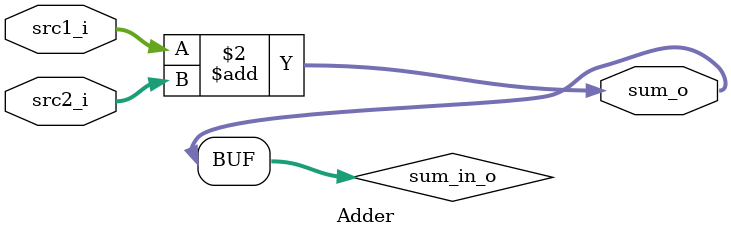
<source format=v>

module Adder(
    src1_i,
    src2_i,
    sum_o
    );

//I/O ports
input  [32-1:0]  src1_i;
input  [32-1:0]	 src2_i;
output [32-1:0]	 sum_o;

//Internal Signals
reg    [32-1:0]	 sum_in_o;

assign sum_o = sum_in_o;

always @(*) begin
	sum_in_o <= src1_i + src2_i;
end

endmodule

</source>
